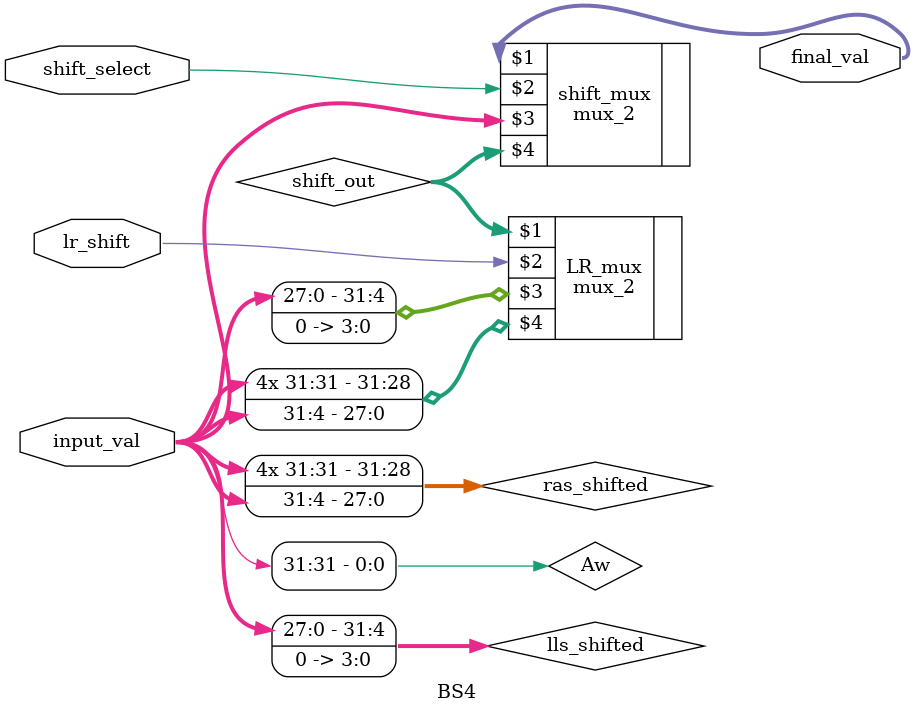
<source format=v>
module BS4(
    input shift_select,
    input lr_shift,
    input [31:0] input_val,
    output [31:0] final_val
);

// forgot bout mux select, naming is bad cuz had to switch vars and im dumb. output_val is the shifted value, final_valis 
//the mux output

wire [31:0] lls_shifted, ras_shifted, shift_out;

wire Aw;
assign Aw = input_val[31];

mux_2 LR_mux(shift_out,lr_shift, lls_shifted, ras_shifted);
mux_2 shift_mux(final_val, shift_select, input_val, shift_out);

//LLS SHift
assign lls_shifted[0] = 1'b0; // LSB now zero
assign lls_shifted[1] = 1'b0;
assign lls_shifted[2] = 1'b0;
assign lls_shifted[3] = 1'b0;
assign lls_shifted[4] = input_val[0];
assign lls_shifted[5] = input_val[1];
assign lls_shifted[6] = input_val[2];
assign lls_shifted[7] = input_val[3];
assign lls_shifted[8] = input_val[4];
assign lls_shifted[9] = input_val[5];
assign lls_shifted[10] = input_val[6];
assign lls_shifted[11] = input_val[7];
assign lls_shifted[12] = input_val[8];
assign lls_shifted[13] = input_val[9];
assign lls_shifted[14] = input_val[10];
assign lls_shifted[15] = input_val[11];
assign lls_shifted[16] = input_val[12];
assign lls_shifted[17] = input_val[13];
assign lls_shifted[18] = input_val[14];
assign lls_shifted[19] = input_val[15];
assign lls_shifted[20] = input_val[16];
assign lls_shifted[21] = input_val[17];
assign lls_shifted[22] = input_val[18];
assign lls_shifted[23] = input_val[19];
assign lls_shifted[24] = input_val[20];
assign lls_shifted[25] = input_val[21];
assign lls_shifted[26] = input_val[22];
assign lls_shifted[27] = input_val[23];
assign lls_shifted[28] = input_val[24];
assign lls_shifted[29] = input_val[25];
assign lls_shifted[30] = input_val[26];
assign lls_shifted[31] = input_val[27];


//RAS shift
assign ras_shifted[0] = input_val[4];
assign ras_shifted[1] = input_val[5];
assign ras_shifted[2] = input_val[6];
assign ras_shifted[3] = input_val[7];
assign ras_shifted[4] = input_val[8];
assign ras_shifted[5] = input_val[9];
assign ras_shifted[6] = input_val[10];
assign ras_shifted[7] = input_val[11];
assign ras_shifted[8] = input_val[12];
assign ras_shifted[9] = input_val[13];
assign ras_shifted[10] = input_val[14];
assign ras_shifted[11] = input_val[15];
assign ras_shifted[12] = input_val[16];
assign ras_shifted[13] = input_val[17];
assign ras_shifted[14] = input_val[18];
assign ras_shifted[15] = input_val[19];
assign ras_shifted[16] = input_val[20];
assign ras_shifted[17] = input_val[21];
assign ras_shifted[18] = input_val[22];
assign ras_shifted[19] = input_val[23];
assign ras_shifted[20] = input_val[24];
assign ras_shifted[21] = input_val[25];
assign ras_shifted[22] = input_val[26];
assign ras_shifted[23] = input_val[27];
assign ras_shifted[24] = input_val[28];
assign ras_shifted[25] = input_val[29];
assign ras_shifted[26] = input_val[30];
assign ras_shifted[27] = input_val[31];
assign ras_shifted[28] = Aw;
assign ras_shifted[29] = Aw;
assign ras_shifted[30] = Aw;
assign ras_shifted[31] = Aw;


endmodule
</source>
